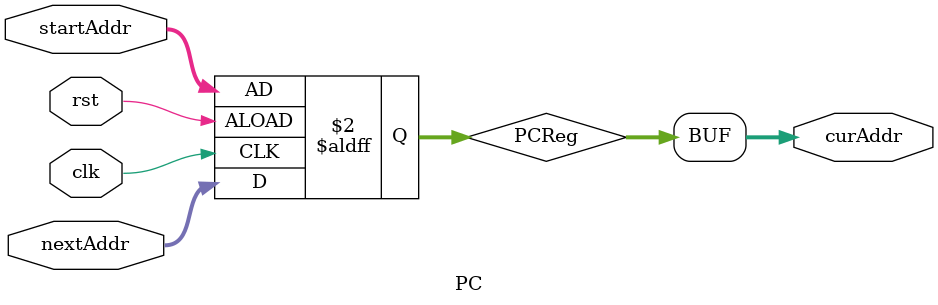
<source format=v>
module PC(
    input [31:0] startAddr, //default addr
    input [31:0] nextAddr,
    input rst,
    input clk,
    output [31:0] curAddr
);
 reg [31:0] PCReg;
    always @(negedge clk or posedge rst) begin
            if (rst) begin
                PCReg <= startAddr;
            end
            else begin
                PCReg <= nextAddr;
            end
        end

    assign curAddr=PCReg;

endmodule
</source>
